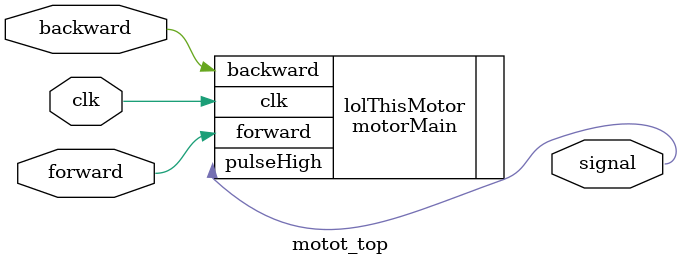
<source format=v>
`timescale 1ns / 1ps
module motot_top(
	input clk,
	input forward,
	input backward,
	output signal
	);
	
	motorMain lolThisMotor(
		.clk(clk),
		.backward(backward),
		.forward(forward),
		.pulseHigh(signal)
	);

endmodule

</source>
